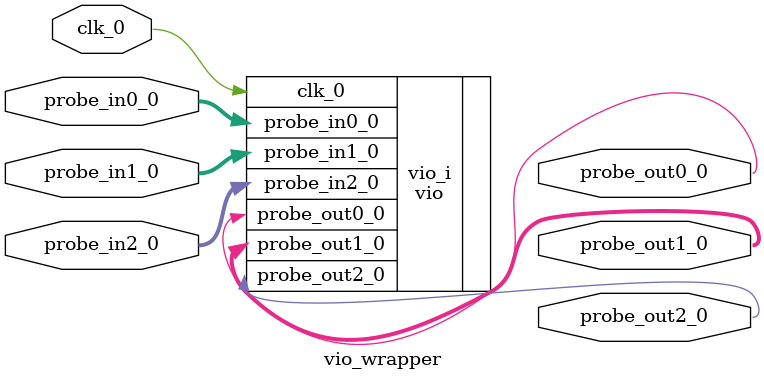
<source format=v>
`timescale 1 ps / 1 ps

module vio_wrapper
   (clk_0,
    probe_in0_0,
    probe_in1_0,
    probe_in2_0,
    probe_out0_0,
    probe_out1_0,
    probe_out2_0);
  input clk_0;
  input [3:0]probe_in0_0;
  input [3:0]probe_in1_0;
  input [3:0]probe_in2_0;
  output [0:0]probe_out0_0;
  output [3:0]probe_out1_0;
  output [0:0]probe_out2_0;

  wire clk_0;
  wire [3:0]probe_in0_0;
  wire [3:0]probe_in1_0;
  wire [3:0]probe_in2_0;
  wire [0:0]probe_out0_0;
  wire [3:0]probe_out1_0;
  wire [0:0]probe_out2_0;

  vio vio_i
       (.clk_0(clk_0),
        .probe_in0_0(probe_in0_0),
        .probe_in1_0(probe_in1_0),
        .probe_in2_0(probe_in2_0),
        .probe_out0_0(probe_out0_0),
        .probe_out1_0(probe_out1_0),
        .probe_out2_0(probe_out2_0));
endmodule

</source>
